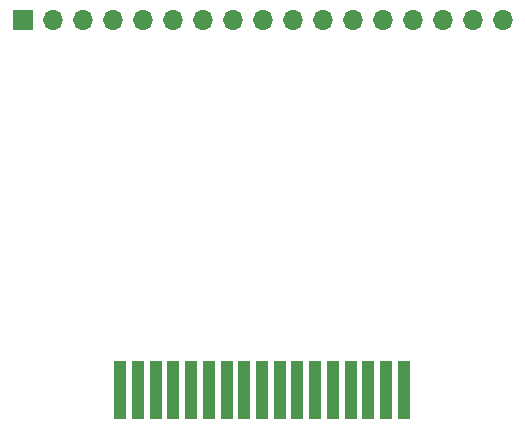
<source format=gbr>
%TF.GenerationSoftware,KiCad,Pcbnew,(6.0.4)*%
%TF.CreationDate,2022-07-04T19:49:19+02:00*%
%TF.ProjectId,NDS Card Reader,4e445320-4361-4726-9420-526561646572,rev?*%
%TF.SameCoordinates,Original*%
%TF.FileFunction,Soldermask,Top*%
%TF.FilePolarity,Negative*%
%FSLAX46Y46*%
G04 Gerber Fmt 4.6, Leading zero omitted, Abs format (unit mm)*
G04 Created by KiCad (PCBNEW (6.0.4)) date 2022-07-04 19:49:19*
%MOMM*%
%LPD*%
G01*
G04 APERTURE LIST*
%ADD10R,1.000000X5.000000*%
%ADD11R,1.700000X1.700000*%
%ADD12O,1.700000X1.700000*%
G04 APERTURE END LIST*
D10*
%TO.C,U1*%
X137810000Y-115154000D03*
X139310000Y-115154000D03*
X140810000Y-115154000D03*
X142310000Y-115154000D03*
X143810000Y-115154000D03*
X145310000Y-115154000D03*
X146810000Y-115154000D03*
X148310000Y-115154000D03*
X149810000Y-115154000D03*
X151310000Y-115154000D03*
X152810000Y-115154000D03*
X154310000Y-115154000D03*
X155810000Y-115154000D03*
X157310000Y-115154000D03*
X158810000Y-115154000D03*
X160310000Y-115154000D03*
X161810000Y-115154000D03*
%TD*%
D11*
%TO.C,J1*%
X129540000Y-83820000D03*
D12*
X132080000Y-83820000D03*
X134620000Y-83820000D03*
X137160000Y-83820000D03*
X139700000Y-83820000D03*
X142240000Y-83820000D03*
X144780000Y-83820000D03*
X147320000Y-83820000D03*
X149860000Y-83820000D03*
X152400000Y-83820000D03*
X154940000Y-83820000D03*
X157480000Y-83820000D03*
X160020000Y-83820000D03*
X162560000Y-83820000D03*
X165100000Y-83820000D03*
X167640000Y-83820000D03*
X170180000Y-83820000D03*
%TD*%
M02*

</source>
